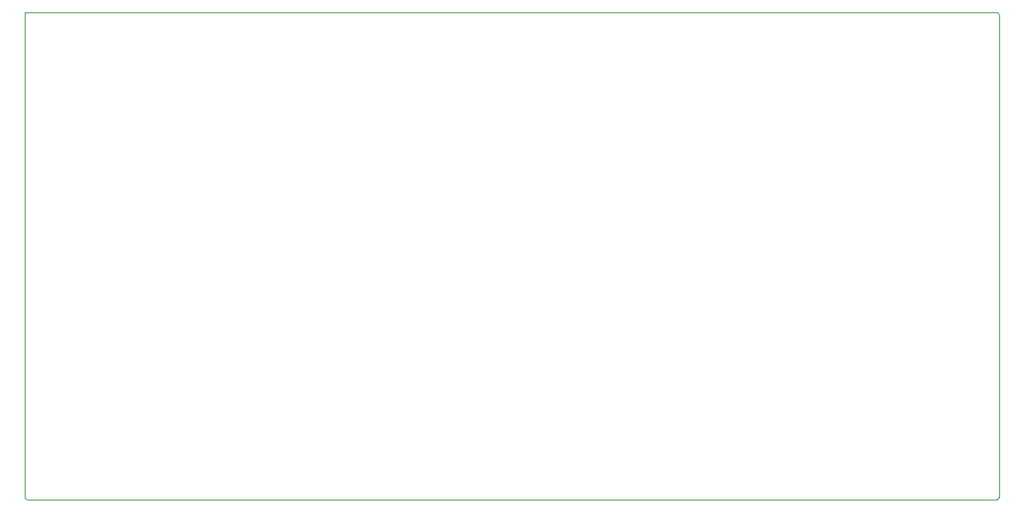
<source format=gbr>
G04 #@! TF.GenerationSoftware,KiCad,Pcbnew,5.1.6-c6e7f7d~87~ubuntu18.04.1*
G04 #@! TF.CreationDate,2020-08-27T22:21:22+02:00*
G04 #@! TF.ProjectId,PeakHoldPWMDriver,5065616b-486f-46c6-9450-574d44726976,rev?*
G04 #@! TF.SameCoordinates,Original*
G04 #@! TF.FileFunction,Profile,NP*
%FSLAX46Y46*%
G04 Gerber Fmt 4.6, Leading zero omitted, Abs format (unit mm)*
G04 Created by KiCad (PCBNEW 5.1.6-c6e7f7d~87~ubuntu18.04.1) date 2020-08-27 22:21:22*
%MOMM*%
%LPD*%
G01*
G04 APERTURE LIST*
G04 #@! TA.AperFunction,Profile*
%ADD10C,0.050000*%
G04 #@! TD*
G04 APERTURE END LIST*
D10*
X111760000Y-66294000D02*
G75*
G02*
X112014000Y-66040000I254000J0D01*
G01*
X112014000Y-116078000D02*
G75*
G02*
X111760000Y-115824000I0J254000D01*
G01*
X211836000Y-115824000D02*
G75*
G02*
X211582000Y-116078000I-254000J0D01*
G01*
X211582000Y-66040000D02*
G75*
G02*
X211836000Y-66294000I0J-254000D01*
G01*
X111760000Y-115824000D02*
X111760000Y-66294000D01*
X211582000Y-116078000D02*
X112014000Y-116078000D01*
X211836000Y-66294000D02*
X211836000Y-115824000D01*
X112014000Y-66040000D02*
X211582000Y-66040000D01*
M02*

</source>
